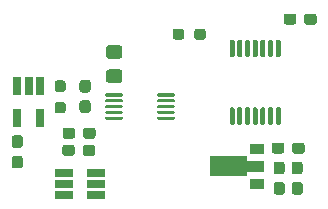
<source format=gbr>
%TF.GenerationSoftware,KiCad,Pcbnew,(5.1.6)-1*%
%TF.CreationDate,2020-11-12T12:57:51-08:00*%
%TF.ProjectId,frontendfullv2,66726f6e-7465-46e6-9466-756c6c76322e,rev?*%
%TF.SameCoordinates,Original*%
%TF.FileFunction,Paste,Top*%
%TF.FilePolarity,Positive*%
%FSLAX46Y46*%
G04 Gerber Fmt 4.6, Leading zero omitted, Abs format (unit mm)*
G04 Created by KiCad (PCBNEW (5.1.6)-1) date 2020-11-12 12:57:51*
%MOMM*%
%LPD*%
G01*
G04 APERTURE LIST*
%ADD10C,0.100000*%
%ADD11R,1.300000X0.900000*%
%ADD12R,1.560000X0.650000*%
%ADD13R,0.650000X1.560000*%
G04 APERTURE END LIST*
%TO.C,C7*%
G36*
G01*
X87064001Y-119429000D02*
X86163999Y-119429000D01*
G75*
G02*
X85914000Y-119179001I0J249999D01*
G01*
X85914000Y-118528999D01*
G75*
G02*
X86163999Y-118279000I249999J0D01*
G01*
X87064001Y-118279000D01*
G75*
G02*
X87314000Y-118528999I0J-249999D01*
G01*
X87314000Y-119179001D01*
G75*
G02*
X87064001Y-119429000I-249999J0D01*
G01*
G37*
G36*
G01*
X87064001Y-121479000D02*
X86163999Y-121479000D01*
G75*
G02*
X85914000Y-121229001I0J249999D01*
G01*
X85914000Y-120578999D01*
G75*
G02*
X86163999Y-120329000I249999J0D01*
G01*
X87064001Y-120329000D01*
G75*
G02*
X87314000Y-120578999I0J-249999D01*
G01*
X87314000Y-121229001D01*
G75*
G02*
X87064001Y-121479000I-249999J0D01*
G01*
G37*
%TD*%
%TO.C,R5*%
G36*
G01*
X93389000Y-117585500D02*
X93389000Y-117110500D01*
G75*
G02*
X93626500Y-116873000I237500J0D01*
G01*
X94126500Y-116873000D01*
G75*
G02*
X94364000Y-117110500I0J-237500D01*
G01*
X94364000Y-117585500D01*
G75*
G02*
X94126500Y-117823000I-237500J0D01*
G01*
X93626500Y-117823000D01*
G75*
G02*
X93389000Y-117585500I0J237500D01*
G01*
G37*
G36*
G01*
X91564000Y-117585500D02*
X91564000Y-117110500D01*
G75*
G02*
X91801500Y-116873000I237500J0D01*
G01*
X92301500Y-116873000D01*
G75*
G02*
X92539000Y-117110500I0J-237500D01*
G01*
X92539000Y-117585500D01*
G75*
G02*
X92301500Y-117823000I-237500J0D01*
G01*
X91801500Y-117823000D01*
G75*
G02*
X91564000Y-117585500I0J237500D01*
G01*
G37*
%TD*%
D10*
%TO.C,U6*%
G36*
X94728000Y-127657500D02*
G01*
X97853000Y-127657500D01*
X97853000Y-128074000D01*
X99328000Y-128074000D01*
X99328000Y-128974000D01*
X97853000Y-128974000D01*
X97853000Y-129390500D01*
X94728000Y-129390500D01*
X94728000Y-127657500D01*
G37*
D11*
X98678000Y-127024000D03*
X98678000Y-130024000D03*
%TD*%
%TO.C,U5*%
G36*
G01*
X100402000Y-123537000D02*
X100602000Y-123537000D01*
G75*
G02*
X100702000Y-123637000I0J-100000D01*
G01*
X100702000Y-124912000D01*
G75*
G02*
X100602000Y-125012000I-100000J0D01*
G01*
X100402000Y-125012000D01*
G75*
G02*
X100302000Y-124912000I0J100000D01*
G01*
X100302000Y-123637000D01*
G75*
G02*
X100402000Y-123537000I100000J0D01*
G01*
G37*
G36*
G01*
X99752000Y-123537000D02*
X99952000Y-123537000D01*
G75*
G02*
X100052000Y-123637000I0J-100000D01*
G01*
X100052000Y-124912000D01*
G75*
G02*
X99952000Y-125012000I-100000J0D01*
G01*
X99752000Y-125012000D01*
G75*
G02*
X99652000Y-124912000I0J100000D01*
G01*
X99652000Y-123637000D01*
G75*
G02*
X99752000Y-123537000I100000J0D01*
G01*
G37*
G36*
G01*
X99102000Y-123537000D02*
X99302000Y-123537000D01*
G75*
G02*
X99402000Y-123637000I0J-100000D01*
G01*
X99402000Y-124912000D01*
G75*
G02*
X99302000Y-125012000I-100000J0D01*
G01*
X99102000Y-125012000D01*
G75*
G02*
X99002000Y-124912000I0J100000D01*
G01*
X99002000Y-123637000D01*
G75*
G02*
X99102000Y-123537000I100000J0D01*
G01*
G37*
G36*
G01*
X98452000Y-123537000D02*
X98652000Y-123537000D01*
G75*
G02*
X98752000Y-123637000I0J-100000D01*
G01*
X98752000Y-124912000D01*
G75*
G02*
X98652000Y-125012000I-100000J0D01*
G01*
X98452000Y-125012000D01*
G75*
G02*
X98352000Y-124912000I0J100000D01*
G01*
X98352000Y-123637000D01*
G75*
G02*
X98452000Y-123537000I100000J0D01*
G01*
G37*
G36*
G01*
X97802000Y-123537000D02*
X98002000Y-123537000D01*
G75*
G02*
X98102000Y-123637000I0J-100000D01*
G01*
X98102000Y-124912000D01*
G75*
G02*
X98002000Y-125012000I-100000J0D01*
G01*
X97802000Y-125012000D01*
G75*
G02*
X97702000Y-124912000I0J100000D01*
G01*
X97702000Y-123637000D01*
G75*
G02*
X97802000Y-123537000I100000J0D01*
G01*
G37*
G36*
G01*
X97152000Y-123537000D02*
X97352000Y-123537000D01*
G75*
G02*
X97452000Y-123637000I0J-100000D01*
G01*
X97452000Y-124912000D01*
G75*
G02*
X97352000Y-125012000I-100000J0D01*
G01*
X97152000Y-125012000D01*
G75*
G02*
X97052000Y-124912000I0J100000D01*
G01*
X97052000Y-123637000D01*
G75*
G02*
X97152000Y-123537000I100000J0D01*
G01*
G37*
G36*
G01*
X96502000Y-123537000D02*
X96702000Y-123537000D01*
G75*
G02*
X96802000Y-123637000I0J-100000D01*
G01*
X96802000Y-124912000D01*
G75*
G02*
X96702000Y-125012000I-100000J0D01*
G01*
X96502000Y-125012000D01*
G75*
G02*
X96402000Y-124912000I0J100000D01*
G01*
X96402000Y-123637000D01*
G75*
G02*
X96502000Y-123537000I100000J0D01*
G01*
G37*
G36*
G01*
X96502000Y-117812000D02*
X96702000Y-117812000D01*
G75*
G02*
X96802000Y-117912000I0J-100000D01*
G01*
X96802000Y-119187000D01*
G75*
G02*
X96702000Y-119287000I-100000J0D01*
G01*
X96502000Y-119287000D01*
G75*
G02*
X96402000Y-119187000I0J100000D01*
G01*
X96402000Y-117912000D01*
G75*
G02*
X96502000Y-117812000I100000J0D01*
G01*
G37*
G36*
G01*
X97152000Y-117812000D02*
X97352000Y-117812000D01*
G75*
G02*
X97452000Y-117912000I0J-100000D01*
G01*
X97452000Y-119187000D01*
G75*
G02*
X97352000Y-119287000I-100000J0D01*
G01*
X97152000Y-119287000D01*
G75*
G02*
X97052000Y-119187000I0J100000D01*
G01*
X97052000Y-117912000D01*
G75*
G02*
X97152000Y-117812000I100000J0D01*
G01*
G37*
G36*
G01*
X97802000Y-117812000D02*
X98002000Y-117812000D01*
G75*
G02*
X98102000Y-117912000I0J-100000D01*
G01*
X98102000Y-119187000D01*
G75*
G02*
X98002000Y-119287000I-100000J0D01*
G01*
X97802000Y-119287000D01*
G75*
G02*
X97702000Y-119187000I0J100000D01*
G01*
X97702000Y-117912000D01*
G75*
G02*
X97802000Y-117812000I100000J0D01*
G01*
G37*
G36*
G01*
X98452000Y-117812000D02*
X98652000Y-117812000D01*
G75*
G02*
X98752000Y-117912000I0J-100000D01*
G01*
X98752000Y-119187000D01*
G75*
G02*
X98652000Y-119287000I-100000J0D01*
G01*
X98452000Y-119287000D01*
G75*
G02*
X98352000Y-119187000I0J100000D01*
G01*
X98352000Y-117912000D01*
G75*
G02*
X98452000Y-117812000I100000J0D01*
G01*
G37*
G36*
G01*
X99102000Y-117812000D02*
X99302000Y-117812000D01*
G75*
G02*
X99402000Y-117912000I0J-100000D01*
G01*
X99402000Y-119187000D01*
G75*
G02*
X99302000Y-119287000I-100000J0D01*
G01*
X99102000Y-119287000D01*
G75*
G02*
X99002000Y-119187000I0J100000D01*
G01*
X99002000Y-117912000D01*
G75*
G02*
X99102000Y-117812000I100000J0D01*
G01*
G37*
G36*
G01*
X99752000Y-117812000D02*
X99952000Y-117812000D01*
G75*
G02*
X100052000Y-117912000I0J-100000D01*
G01*
X100052000Y-119187000D01*
G75*
G02*
X99952000Y-119287000I-100000J0D01*
G01*
X99752000Y-119287000D01*
G75*
G02*
X99652000Y-119187000I0J100000D01*
G01*
X99652000Y-117912000D01*
G75*
G02*
X99752000Y-117812000I100000J0D01*
G01*
G37*
G36*
G01*
X100402000Y-117812000D02*
X100602000Y-117812000D01*
G75*
G02*
X100702000Y-117912000I0J-100000D01*
G01*
X100702000Y-119187000D01*
G75*
G02*
X100602000Y-119287000I-100000J0D01*
G01*
X100402000Y-119287000D01*
G75*
G02*
X100302000Y-119187000I0J100000D01*
G01*
X100302000Y-117912000D01*
G75*
G02*
X100402000Y-117812000I100000J0D01*
G01*
G37*
%TD*%
%TO.C,U4*%
G36*
G01*
X90273400Y-122544400D02*
X90273400Y-122394400D01*
G75*
G02*
X90348400Y-122319400I75000J0D01*
G01*
X91648400Y-122319400D01*
G75*
G02*
X91723400Y-122394400I0J-75000D01*
G01*
X91723400Y-122544400D01*
G75*
G02*
X91648400Y-122619400I-75000J0D01*
G01*
X90348400Y-122619400D01*
G75*
G02*
X90273400Y-122544400I0J75000D01*
G01*
G37*
G36*
G01*
X90273400Y-123044400D02*
X90273400Y-122894400D01*
G75*
G02*
X90348400Y-122819400I75000J0D01*
G01*
X91648400Y-122819400D01*
G75*
G02*
X91723400Y-122894400I0J-75000D01*
G01*
X91723400Y-123044400D01*
G75*
G02*
X91648400Y-123119400I-75000J0D01*
G01*
X90348400Y-123119400D01*
G75*
G02*
X90273400Y-123044400I0J75000D01*
G01*
G37*
G36*
G01*
X90273400Y-123544400D02*
X90273400Y-123394400D01*
G75*
G02*
X90348400Y-123319400I75000J0D01*
G01*
X91648400Y-123319400D01*
G75*
G02*
X91723400Y-123394400I0J-75000D01*
G01*
X91723400Y-123544400D01*
G75*
G02*
X91648400Y-123619400I-75000J0D01*
G01*
X90348400Y-123619400D01*
G75*
G02*
X90273400Y-123544400I0J75000D01*
G01*
G37*
G36*
G01*
X90273400Y-124044400D02*
X90273400Y-123894400D01*
G75*
G02*
X90348400Y-123819400I75000J0D01*
G01*
X91648400Y-123819400D01*
G75*
G02*
X91723400Y-123894400I0J-75000D01*
G01*
X91723400Y-124044400D01*
G75*
G02*
X91648400Y-124119400I-75000J0D01*
G01*
X90348400Y-124119400D01*
G75*
G02*
X90273400Y-124044400I0J75000D01*
G01*
G37*
G36*
G01*
X90273400Y-124544400D02*
X90273400Y-124394400D01*
G75*
G02*
X90348400Y-124319400I75000J0D01*
G01*
X91648400Y-124319400D01*
G75*
G02*
X91723400Y-124394400I0J-75000D01*
G01*
X91723400Y-124544400D01*
G75*
G02*
X91648400Y-124619400I-75000J0D01*
G01*
X90348400Y-124619400D01*
G75*
G02*
X90273400Y-124544400I0J75000D01*
G01*
G37*
G36*
G01*
X85873400Y-124544400D02*
X85873400Y-124394400D01*
G75*
G02*
X85948400Y-124319400I75000J0D01*
G01*
X87248400Y-124319400D01*
G75*
G02*
X87323400Y-124394400I0J-75000D01*
G01*
X87323400Y-124544400D01*
G75*
G02*
X87248400Y-124619400I-75000J0D01*
G01*
X85948400Y-124619400D01*
G75*
G02*
X85873400Y-124544400I0J75000D01*
G01*
G37*
G36*
G01*
X85873400Y-124044400D02*
X85873400Y-123894400D01*
G75*
G02*
X85948400Y-123819400I75000J0D01*
G01*
X87248400Y-123819400D01*
G75*
G02*
X87323400Y-123894400I0J-75000D01*
G01*
X87323400Y-124044400D01*
G75*
G02*
X87248400Y-124119400I-75000J0D01*
G01*
X85948400Y-124119400D01*
G75*
G02*
X85873400Y-124044400I0J75000D01*
G01*
G37*
G36*
G01*
X85873400Y-123544400D02*
X85873400Y-123394400D01*
G75*
G02*
X85948400Y-123319400I75000J0D01*
G01*
X87248400Y-123319400D01*
G75*
G02*
X87323400Y-123394400I0J-75000D01*
G01*
X87323400Y-123544400D01*
G75*
G02*
X87248400Y-123619400I-75000J0D01*
G01*
X85948400Y-123619400D01*
G75*
G02*
X85873400Y-123544400I0J75000D01*
G01*
G37*
G36*
G01*
X85873400Y-123044400D02*
X85873400Y-122894400D01*
G75*
G02*
X85948400Y-122819400I75000J0D01*
G01*
X87248400Y-122819400D01*
G75*
G02*
X87323400Y-122894400I0J-75000D01*
G01*
X87323400Y-123044400D01*
G75*
G02*
X87248400Y-123119400I-75000J0D01*
G01*
X85948400Y-123119400D01*
G75*
G02*
X85873400Y-123044400I0J75000D01*
G01*
G37*
G36*
G01*
X85873400Y-122544400D02*
X85873400Y-122394400D01*
G75*
G02*
X85948400Y-122319400I75000J0D01*
G01*
X87248400Y-122319400D01*
G75*
G02*
X87323400Y-122394400I0J-75000D01*
G01*
X87323400Y-122544400D01*
G75*
G02*
X87248400Y-122619400I-75000J0D01*
G01*
X85948400Y-122619400D01*
G75*
G02*
X85873400Y-122544400I0J75000D01*
G01*
G37*
%TD*%
D12*
%TO.C,U3*%
X85090000Y-130048000D03*
X85090000Y-129098000D03*
X85090000Y-130998000D03*
X82390000Y-130998000D03*
X82390000Y-130048000D03*
X82390000Y-129098000D03*
%TD*%
D13*
%TO.C,U2*%
X80325000Y-124438400D03*
X78425000Y-124438400D03*
X78425000Y-121738400D03*
X79375000Y-121738400D03*
X80325000Y-121738400D03*
%TD*%
%TO.C,R4*%
G36*
G01*
X82279500Y-122231600D02*
X81804500Y-122231600D01*
G75*
G02*
X81567000Y-121994100I0J237500D01*
G01*
X81567000Y-121494100D01*
G75*
G02*
X81804500Y-121256600I237500J0D01*
G01*
X82279500Y-121256600D01*
G75*
G02*
X82517000Y-121494100I0J-237500D01*
G01*
X82517000Y-121994100D01*
G75*
G02*
X82279500Y-122231600I-237500J0D01*
G01*
G37*
G36*
G01*
X82279500Y-124056600D02*
X81804500Y-124056600D01*
G75*
G02*
X81567000Y-123819100I0J237500D01*
G01*
X81567000Y-123319100D01*
G75*
G02*
X81804500Y-123081600I237500J0D01*
G01*
X82279500Y-123081600D01*
G75*
G02*
X82517000Y-123319100I0J-237500D01*
G01*
X82517000Y-123819100D01*
G75*
G02*
X82279500Y-124056600I-237500J0D01*
G01*
G37*
%TD*%
%TO.C,C11*%
G36*
G01*
X101671000Y-127237500D02*
X101671000Y-126762500D01*
G75*
G02*
X101908500Y-126525000I237500J0D01*
G01*
X102508500Y-126525000D01*
G75*
G02*
X102746000Y-126762500I0J-237500D01*
G01*
X102746000Y-127237500D01*
G75*
G02*
X102508500Y-127475000I-237500J0D01*
G01*
X101908500Y-127475000D01*
G75*
G02*
X101671000Y-127237500I0J237500D01*
G01*
G37*
G36*
G01*
X99946000Y-127237500D02*
X99946000Y-126762500D01*
G75*
G02*
X100183500Y-126525000I237500J0D01*
G01*
X100783500Y-126525000D01*
G75*
G02*
X101021000Y-126762500I0J-237500D01*
G01*
X101021000Y-127237500D01*
G75*
G02*
X100783500Y-127475000I-237500J0D01*
G01*
X100183500Y-127475000D01*
G75*
G02*
X99946000Y-127237500I0J237500D01*
G01*
G37*
%TD*%
%TO.C,C10*%
G36*
G01*
X100346500Y-129865000D02*
X100821500Y-129865000D01*
G75*
G02*
X101059000Y-130102500I0J-237500D01*
G01*
X101059000Y-130702500D01*
G75*
G02*
X100821500Y-130940000I-237500J0D01*
G01*
X100346500Y-130940000D01*
G75*
G02*
X100109000Y-130702500I0J237500D01*
G01*
X100109000Y-130102500D01*
G75*
G02*
X100346500Y-129865000I237500J0D01*
G01*
G37*
G36*
G01*
X100346500Y-128140000D02*
X100821500Y-128140000D01*
G75*
G02*
X101059000Y-128377500I0J-237500D01*
G01*
X101059000Y-128977500D01*
G75*
G02*
X100821500Y-129215000I-237500J0D01*
G01*
X100346500Y-129215000D01*
G75*
G02*
X100109000Y-128977500I0J237500D01*
G01*
X100109000Y-128377500D01*
G75*
G02*
X100346500Y-128140000I237500J0D01*
G01*
G37*
%TD*%
%TO.C,C9*%
G36*
G01*
X101870500Y-129865000D02*
X102345500Y-129865000D01*
G75*
G02*
X102583000Y-130102500I0J-237500D01*
G01*
X102583000Y-130702500D01*
G75*
G02*
X102345500Y-130940000I-237500J0D01*
G01*
X101870500Y-130940000D01*
G75*
G02*
X101633000Y-130702500I0J237500D01*
G01*
X101633000Y-130102500D01*
G75*
G02*
X101870500Y-129865000I237500J0D01*
G01*
G37*
G36*
G01*
X101870500Y-128140000D02*
X102345500Y-128140000D01*
G75*
G02*
X102583000Y-128377500I0J-237500D01*
G01*
X102583000Y-128977500D01*
G75*
G02*
X102345500Y-129215000I-237500J0D01*
G01*
X101870500Y-129215000D01*
G75*
G02*
X101633000Y-128977500I0J237500D01*
G01*
X101633000Y-128377500D01*
G75*
G02*
X101870500Y-128140000I237500J0D01*
G01*
G37*
%TD*%
%TO.C,C8*%
G36*
G01*
X102037000Y-115840500D02*
X102037000Y-116315500D01*
G75*
G02*
X101799500Y-116553000I-237500J0D01*
G01*
X101199500Y-116553000D01*
G75*
G02*
X100962000Y-116315500I0J237500D01*
G01*
X100962000Y-115840500D01*
G75*
G02*
X101199500Y-115603000I237500J0D01*
G01*
X101799500Y-115603000D01*
G75*
G02*
X102037000Y-115840500I0J-237500D01*
G01*
G37*
G36*
G01*
X103762000Y-115840500D02*
X103762000Y-116315500D01*
G75*
G02*
X103524500Y-116553000I-237500J0D01*
G01*
X102924500Y-116553000D01*
G75*
G02*
X102687000Y-116315500I0J237500D01*
G01*
X102687000Y-115840500D01*
G75*
G02*
X102924500Y-115603000I237500J0D01*
G01*
X103524500Y-115603000D01*
G75*
G02*
X103762000Y-115840500I0J-237500D01*
G01*
G37*
%TD*%
%TO.C,C6*%
G36*
G01*
X83941800Y-127415300D02*
X83941800Y-126940300D01*
G75*
G02*
X84179300Y-126702800I237500J0D01*
G01*
X84779300Y-126702800D01*
G75*
G02*
X85016800Y-126940300I0J-237500D01*
G01*
X85016800Y-127415300D01*
G75*
G02*
X84779300Y-127652800I-237500J0D01*
G01*
X84179300Y-127652800D01*
G75*
G02*
X83941800Y-127415300I0J237500D01*
G01*
G37*
G36*
G01*
X82216800Y-127415300D02*
X82216800Y-126940300D01*
G75*
G02*
X82454300Y-126702800I237500J0D01*
G01*
X83054300Y-126702800D01*
G75*
G02*
X83291800Y-126940300I0J-237500D01*
G01*
X83291800Y-127415300D01*
G75*
G02*
X83054300Y-127652800I-237500J0D01*
G01*
X82454300Y-127652800D01*
G75*
G02*
X82216800Y-127415300I0J237500D01*
G01*
G37*
%TD*%
%TO.C,C5*%
G36*
G01*
X83967200Y-125967500D02*
X83967200Y-125492500D01*
G75*
G02*
X84204700Y-125255000I237500J0D01*
G01*
X84804700Y-125255000D01*
G75*
G02*
X85042200Y-125492500I0J-237500D01*
G01*
X85042200Y-125967500D01*
G75*
G02*
X84804700Y-126205000I-237500J0D01*
G01*
X84204700Y-126205000D01*
G75*
G02*
X83967200Y-125967500I0J237500D01*
G01*
G37*
G36*
G01*
X82242200Y-125967500D02*
X82242200Y-125492500D01*
G75*
G02*
X82479700Y-125255000I237500J0D01*
G01*
X83079700Y-125255000D01*
G75*
G02*
X83317200Y-125492500I0J-237500D01*
G01*
X83317200Y-125967500D01*
G75*
G02*
X83079700Y-126205000I-237500J0D01*
G01*
X82479700Y-126205000D01*
G75*
G02*
X82242200Y-125967500I0J237500D01*
G01*
G37*
%TD*%
%TO.C,C4*%
G36*
G01*
X84387700Y-122280800D02*
X83912700Y-122280800D01*
G75*
G02*
X83675200Y-122043300I0J237500D01*
G01*
X83675200Y-121443300D01*
G75*
G02*
X83912700Y-121205800I237500J0D01*
G01*
X84387700Y-121205800D01*
G75*
G02*
X84625200Y-121443300I0J-237500D01*
G01*
X84625200Y-122043300D01*
G75*
G02*
X84387700Y-122280800I-237500J0D01*
G01*
G37*
G36*
G01*
X84387700Y-124005800D02*
X83912700Y-124005800D01*
G75*
G02*
X83675200Y-123768300I0J237500D01*
G01*
X83675200Y-123168300D01*
G75*
G02*
X83912700Y-122930800I237500J0D01*
G01*
X84387700Y-122930800D01*
G75*
G02*
X84625200Y-123168300I0J-237500D01*
G01*
X84625200Y-123768300D01*
G75*
G02*
X84387700Y-124005800I-237500J0D01*
G01*
G37*
%TD*%
%TO.C,C1*%
G36*
G01*
X78647300Y-126979800D02*
X78172300Y-126979800D01*
G75*
G02*
X77934800Y-126742300I0J237500D01*
G01*
X77934800Y-126142300D01*
G75*
G02*
X78172300Y-125904800I237500J0D01*
G01*
X78647300Y-125904800D01*
G75*
G02*
X78884800Y-126142300I0J-237500D01*
G01*
X78884800Y-126742300D01*
G75*
G02*
X78647300Y-126979800I-237500J0D01*
G01*
G37*
G36*
G01*
X78647300Y-128704800D02*
X78172300Y-128704800D01*
G75*
G02*
X77934800Y-128467300I0J237500D01*
G01*
X77934800Y-127867300D01*
G75*
G02*
X78172300Y-127629800I237500J0D01*
G01*
X78647300Y-127629800D01*
G75*
G02*
X78884800Y-127867300I0J-237500D01*
G01*
X78884800Y-128467300D01*
G75*
G02*
X78647300Y-128704800I-237500J0D01*
G01*
G37*
%TD*%
M02*

</source>
